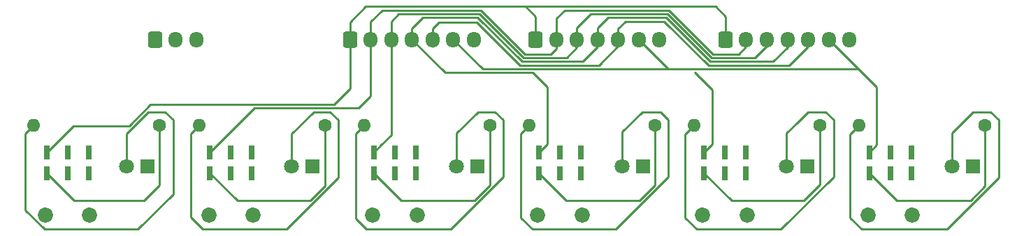
<source format=gbr>
%TF.GenerationSoftware,KiCad,Pcbnew,7.0.8*%
%TF.CreationDate,2024-02-11T23:31:07+01:00*%
%TF.ProjectId,BlankingRelay_Top2,426c616e-6b69-46e6-9752-656c61795f54,rev?*%
%TF.SameCoordinates,Original*%
%TF.FileFunction,Copper,L1,Top*%
%TF.FilePolarity,Positive*%
%FSLAX46Y46*%
G04 Gerber Fmt 4.6, Leading zero omitted, Abs format (unit mm)*
G04 Created by KiCad (PCBNEW 7.0.8) date 2024-02-11 23:31:07*
%MOMM*%
%LPD*%
G01*
G04 APERTURE LIST*
G04 Aperture macros list*
%AMRoundRect*
0 Rectangle with rounded corners*
0 $1 Rounding radius*
0 $2 $3 $4 $5 $6 $7 $8 $9 X,Y pos of 4 corners*
0 Add a 4 corners polygon primitive as box body*
4,1,4,$2,$3,$4,$5,$6,$7,$8,$9,$2,$3,0*
0 Add four circle primitives for the rounded corners*
1,1,$1+$1,$2,$3*
1,1,$1+$1,$4,$5*
1,1,$1+$1,$6,$7*
1,1,$1+$1,$8,$9*
0 Add four rect primitives between the rounded corners*
20,1,$1+$1,$2,$3,$4,$5,0*
20,1,$1+$1,$4,$5,$6,$7,0*
20,1,$1+$1,$6,$7,$8,$9,0*
20,1,$1+$1,$8,$9,$2,$3,0*%
G04 Aperture macros list end*
%TA.AperFunction,ComponentPad*%
%ADD10RoundRect,0.250000X-0.600000X-0.725000X0.600000X-0.725000X0.600000X0.725000X-0.600000X0.725000X0*%
%TD*%
%TA.AperFunction,ComponentPad*%
%ADD11O,1.700000X1.950000*%
%TD*%
%TA.AperFunction,ComponentPad*%
%ADD12C,1.850000*%
%TD*%
%TA.AperFunction,ComponentPad*%
%ADD13R,0.750000X1.750000*%
%TD*%
%TA.AperFunction,ComponentPad*%
%ADD14O,1.600000X1.600000*%
%TD*%
%TA.AperFunction,ComponentPad*%
%ADD15C,1.600000*%
%TD*%
%TA.AperFunction,ComponentPad*%
%ADD16R,1.800000X1.800000*%
%TD*%
%TA.AperFunction,ComponentPad*%
%ADD17C,1.800000*%
%TD*%
%TA.AperFunction,Conductor*%
%ADD18C,0.250000*%
%TD*%
G04 APERTURE END LIST*
D10*
%TO.P,J2,1,Pin_1*%
%TO.N,GNDREF*%
X66400000Y-54500000D03*
D11*
%TO.P,J2,2,Pin_2*%
X68900000Y-54500000D03*
%TO.P,J2,3,Pin_3*%
X71400000Y-54500000D03*
%TD*%
D12*
%TO.P,Switch6,*%
%TO.N,*%
X158150000Y-75850000D03*
X152750000Y-75850000D03*
D13*
%TO.P,Switch6,6,C*%
%TO.N,unconnected-(Switch6-C-Pad6)*%
X157990000Y-70770000D03*
%TO.P,Switch6,5,B*%
%TO.N,5V*%
X155450000Y-70770000D03*
%TO.P,Switch6,4,A*%
%TO.N,Net-(R6-Pad1)*%
X152910000Y-70770000D03*
%TO.P,Switch6,3,C*%
%TO.N,unconnected-(Switch6-C-Pad3)*%
X157990000Y-68230000D03*
%TO.P,Switch6,2,B*%
%TO.N,5V*%
X155450000Y-68230000D03*
%TO.P,Switch6,1,A*%
%TO.N,On_6*%
X152910000Y-68230000D03*
%TD*%
D12*
%TO.P,Switch5,*%
%TO.N,*%
X138150000Y-75850000D03*
X132750000Y-75850000D03*
D13*
%TO.P,Switch5,6,C*%
%TO.N,unconnected-(Switch5-C-Pad6)*%
X137990000Y-70770000D03*
%TO.P,Switch5,5,B*%
%TO.N,5V*%
X135450000Y-70770000D03*
%TO.P,Switch5,4,A*%
%TO.N,Net-(R5-Pad1)*%
X132910000Y-70770000D03*
%TO.P,Switch5,3,C*%
%TO.N,unconnected-(Switch5-C-Pad3)*%
X137990000Y-68230000D03*
%TO.P,Switch5,2,B*%
%TO.N,5V*%
X135450000Y-68230000D03*
%TO.P,Switch5,1,A*%
%TO.N,On_5*%
X132910000Y-68230000D03*
%TD*%
D12*
%TO.P,Switch4,*%
%TO.N,*%
X118150000Y-75850000D03*
X112750000Y-75850000D03*
D13*
%TO.P,Switch4,6,C*%
%TO.N,unconnected-(Switch4-C-Pad6)*%
X117990000Y-70770000D03*
%TO.P,Switch4,5,B*%
%TO.N,5V*%
X115450000Y-70770000D03*
%TO.P,Switch4,4,A*%
%TO.N,Net-(R4-Pad1)*%
X112910000Y-70770000D03*
%TO.P,Switch4,3,C*%
%TO.N,unconnected-(Switch4-C-Pad3)*%
X117990000Y-68230000D03*
%TO.P,Switch4,2,B*%
%TO.N,5V*%
X115450000Y-68230000D03*
%TO.P,Switch4,1,A*%
%TO.N,On_4*%
X112910000Y-68230000D03*
%TD*%
%TO.P,Switch3,1,A*%
%TO.N,On_3*%
X92910000Y-68230000D03*
%TO.P,Switch3,2,B*%
%TO.N,5V*%
X95450000Y-68230000D03*
%TO.P,Switch3,3,C*%
%TO.N,unconnected-(Switch3-C-Pad3)*%
X97990000Y-68230000D03*
%TO.P,Switch3,4,A*%
%TO.N,Net-(R3-Pad1)*%
X92910000Y-70770000D03*
%TO.P,Switch3,5,B*%
%TO.N,5V*%
X95450000Y-70770000D03*
%TO.P,Switch3,6,C*%
%TO.N,unconnected-(Switch3-C-Pad6)*%
X97990000Y-70770000D03*
D12*
%TO.P,Switch3,*%
%TO.N,*%
X92750000Y-75850000D03*
X98150000Y-75850000D03*
%TD*%
%TO.P,Switch2,*%
%TO.N,*%
X78300000Y-75850000D03*
X72900000Y-75850000D03*
D13*
%TO.P,Switch2,6,C*%
%TO.N,unconnected-(Switch2-C-Pad6)*%
X78140000Y-70770000D03*
%TO.P,Switch2,5,B*%
%TO.N,5V*%
X75600000Y-70770000D03*
%TO.P,Switch2,4,A*%
%TO.N,Net-(R2-Pad1)*%
X73060000Y-70770000D03*
%TO.P,Switch2,3,C*%
%TO.N,unconnected-(Switch2-C-Pad3)*%
X78140000Y-68230000D03*
%TO.P,Switch2,2,B*%
%TO.N,5V*%
X75600000Y-68230000D03*
%TO.P,Switch2,1,A*%
%TO.N,On_2*%
X73060000Y-68230000D03*
%TD*%
%TO.P,Switch1,1,A*%
%TO.N,On_1*%
X53260000Y-68230000D03*
%TO.P,Switch1,2,B*%
%TO.N,5V*%
X55800000Y-68230000D03*
%TO.P,Switch1,3,C*%
%TO.N,unconnected-(Switch1-C-Pad3)*%
X58340000Y-68230000D03*
%TO.P,Switch1,4,A*%
%TO.N,Net-(R1-Pad1)*%
X53260000Y-70770000D03*
%TO.P,Switch1,5,B*%
%TO.N,5V*%
X55800000Y-70770000D03*
%TO.P,Switch1,6,C*%
%TO.N,unconnected-(Switch1-C-Pad6)*%
X58340000Y-70770000D03*
D12*
%TO.P,Switch1,*%
%TO.N,*%
X53100000Y-75850000D03*
X58500000Y-75850000D03*
%TD*%
D14*
%TO.P,R6,2*%
%TO.N,Net-(D6-A)*%
X151710000Y-64950000D03*
D15*
%TO.P,R6,1*%
%TO.N,Net-(R6-Pad1)*%
X166950000Y-64950000D03*
%TD*%
%TO.P,R5,1*%
%TO.N,Net-(R5-Pad1)*%
X146950000Y-64950000D03*
D14*
%TO.P,R5,2*%
%TO.N,Net-(D5-A)*%
X131710000Y-64950000D03*
%TD*%
D15*
%TO.P,R4,1*%
%TO.N,Net-(R4-Pad1)*%
X126950000Y-64950000D03*
D14*
%TO.P,R4,2*%
%TO.N,Net-(D4-A)*%
X111710000Y-64950000D03*
%TD*%
D15*
%TO.P,R3,1*%
%TO.N,Net-(R3-Pad1)*%
X106950000Y-64950000D03*
D14*
%TO.P,R3,2*%
%TO.N,Net-(D3-A)*%
X91710000Y-64950000D03*
%TD*%
D15*
%TO.P,R2,1*%
%TO.N,Net-(R2-Pad1)*%
X86950000Y-64950000D03*
D14*
%TO.P,R2,2*%
%TO.N,Net-(D2-A)*%
X71710000Y-64950000D03*
%TD*%
D15*
%TO.P,R1,1*%
%TO.N,Net-(R1-Pad1)*%
X66950000Y-64950000D03*
D14*
%TO.P,R1,2*%
%TO.N,Net-(D1-A)*%
X51710000Y-64950000D03*
%TD*%
D16*
%TO.P,D5,1,K*%
%TO.N,GNDREF*%
X145450000Y-69950000D03*
D17*
%TO.P,D5,2,A*%
%TO.N,Net-(D5-A)*%
X142910000Y-69950000D03*
%TD*%
D16*
%TO.P,D3,1,K*%
%TO.N,GNDREF*%
X105450000Y-69950000D03*
D17*
%TO.P,D3,2,A*%
%TO.N,Net-(D3-A)*%
X102910000Y-69950000D03*
%TD*%
%TO.P,D2,2,A*%
%TO.N,Net-(D2-A)*%
X82910000Y-69950000D03*
D16*
%TO.P,D2,1,K*%
%TO.N,GNDREF*%
X85450000Y-69950000D03*
%TD*%
%TO.P,D6,1,K*%
%TO.N,GNDREF*%
X165450000Y-69950000D03*
D17*
%TO.P,D6,2,A*%
%TO.N,Net-(D6-A)*%
X162910000Y-69950000D03*
%TD*%
%TO.P,D4,2,A*%
%TO.N,Net-(D4-A)*%
X122960000Y-69950000D03*
D16*
%TO.P,D4,1,K*%
%TO.N,GNDREF*%
X125500000Y-69950000D03*
%TD*%
%TO.P,D1,1,K*%
%TO.N,GNDREF*%
X65450000Y-69950000D03*
D17*
%TO.P,D1,2,A*%
%TO.N,Net-(D1-A)*%
X62910000Y-69950000D03*
%TD*%
D10*
%TO.P,J10,1,Pin_1*%
%TO.N,On_1*%
X135500000Y-54500000D03*
D11*
%TO.P,J10,2,Pin_2*%
%TO.N,On_2*%
X138000000Y-54500000D03*
%TO.P,J10,3,Pin_3*%
%TO.N,On_3*%
X140500000Y-54500000D03*
%TO.P,J10,4,Pin_4*%
%TO.N,On_4*%
X143000000Y-54500000D03*
%TO.P,J10,5,Pin_5*%
%TO.N,On_5*%
X145500000Y-54500000D03*
%TO.P,J10,6,Pin_6*%
%TO.N,On_6*%
X148000000Y-54500000D03*
%TO.P,J10,7,Pin_7*%
%TO.N,5V*%
X150500000Y-54500000D03*
%TD*%
D10*
%TO.P,J9,1,Pin_1*%
%TO.N,On_1*%
X112500000Y-54500000D03*
D11*
%TO.P,J9,2,Pin_2*%
%TO.N,On_2*%
X115000000Y-54500000D03*
%TO.P,J9,3,Pin_3*%
%TO.N,On_3*%
X117500000Y-54500000D03*
%TO.P,J9,4,Pin_4*%
%TO.N,On_4*%
X120000000Y-54500000D03*
%TO.P,J9,5,Pin_5*%
%TO.N,On_5*%
X122500000Y-54500000D03*
%TO.P,J9,6,Pin_6*%
%TO.N,On_6*%
X125000000Y-54500000D03*
%TO.P,J9,7,Pin_7*%
%TO.N,5V*%
X127500000Y-54500000D03*
%TD*%
D10*
%TO.P,J8,1,Pin_1*%
%TO.N,On_1*%
X90000000Y-54500000D03*
D11*
%TO.P,J8,2,Pin_2*%
%TO.N,On_2*%
X92500000Y-54500000D03*
%TO.P,J8,3,Pin_3*%
%TO.N,On_3*%
X95000000Y-54500000D03*
%TO.P,J8,4,Pin_4*%
%TO.N,On_4*%
X97500000Y-54500000D03*
%TO.P,J8,5,Pin_5*%
%TO.N,On_5*%
X100000000Y-54500000D03*
%TO.P,J8,6,Pin_6*%
%TO.N,On_6*%
X102500000Y-54500000D03*
%TO.P,J8,7,Pin_7*%
%TO.N,5V*%
X105000000Y-54500000D03*
%TD*%
D18*
%TO.N,On_1*%
X90000000Y-52400000D02*
X91900000Y-50500000D01*
X92000000Y-50500000D02*
X109900000Y-50500000D01*
X90000000Y-52400000D02*
X90000000Y-54500000D01*
X91900000Y-50500000D02*
X92000000Y-50500000D01*
X88100000Y-62400000D02*
X90000000Y-60500000D01*
X90000000Y-60500000D02*
X90000000Y-54500000D01*
X65863604Y-62400000D02*
X88100000Y-62400000D01*
X63263604Y-65000000D02*
X65863604Y-62400000D01*
X60700000Y-65000000D02*
X63263604Y-65000000D01*
X60700000Y-65000000D02*
X61300000Y-65000000D01*
X56490000Y-65000000D02*
X60700000Y-65000000D01*
%TO.N,On_2*%
X92500000Y-61400000D02*
X92500000Y-54500000D01*
X91050000Y-62850000D02*
X92500000Y-61400000D01*
X74045000Y-67245000D02*
X78440000Y-62850000D01*
X78440000Y-62850000D02*
X91050000Y-62850000D01*
X74045000Y-67245000D02*
X74100000Y-67190000D01*
X73060000Y-68230000D02*
X74045000Y-67245000D01*
%TO.N,On_3*%
X95000000Y-60200000D02*
X95000000Y-66140000D01*
X95000000Y-66140000D02*
X93800000Y-67340000D01*
X95000000Y-60200000D02*
X95000000Y-54500000D01*
X95000000Y-64000000D02*
X95000000Y-60200000D01*
%TO.N,On_4*%
X113900000Y-60300000D02*
X112150000Y-58550000D01*
X112150000Y-58550000D02*
X101550000Y-58550000D01*
X101550000Y-58550000D02*
X97500000Y-54500000D01*
X112910000Y-68230000D02*
X113900000Y-67240000D01*
X113900000Y-67240000D02*
X113900000Y-60300000D01*
%TO.N,On_1*%
X53260000Y-68230000D02*
X56490000Y-65000000D01*
%TO.N,On_3*%
X92910000Y-68230000D02*
X93800000Y-67340000D01*
%TO.N,On_5*%
X132910000Y-68230000D02*
X133900000Y-67240000D01*
X133900000Y-67240000D02*
X133900000Y-60650000D01*
X133900000Y-60650000D02*
X131800000Y-58550000D01*
%TO.N,On_6*%
X106900000Y-58100000D02*
X106100000Y-58100000D01*
X128700000Y-58100000D02*
X106900000Y-58100000D01*
X106100000Y-58100000D02*
X102500000Y-54500000D01*
X128700000Y-58100000D02*
X128600000Y-58100000D01*
X148300000Y-58100000D02*
X128700000Y-58100000D01*
X151600000Y-58100000D02*
X152050000Y-58550000D01*
X148300000Y-58100000D02*
X151600000Y-58100000D01*
X152050000Y-58550000D02*
X153800000Y-60300000D01*
X150600000Y-58100000D02*
X148300000Y-58100000D01*
X148000000Y-54500000D02*
X152050000Y-58550000D01*
X153800000Y-60500000D02*
X153800000Y-67340000D01*
X153800000Y-60300000D02*
X153800000Y-60500000D01*
X153800000Y-67340000D02*
X152910000Y-68230000D01*
X128600000Y-58100000D02*
X125000000Y-54500000D01*
X153800000Y-67340000D02*
X153800000Y-67000000D01*
%TO.N,Net-(D6-A)*%
X162910000Y-65890000D02*
X162910000Y-69950000D01*
X165500000Y-63300000D02*
X162910000Y-65890000D01*
X168600000Y-71336396D02*
X168600000Y-64300000D01*
X162336396Y-77600000D02*
X168600000Y-71336396D01*
X152000000Y-77600000D02*
X162336396Y-77600000D01*
X167600000Y-63300000D02*
X165500000Y-63300000D01*
X150600000Y-76200000D02*
X152000000Y-77600000D01*
X151710000Y-64950000D02*
X150600000Y-66060000D01*
X150600000Y-66060000D02*
X150600000Y-76200000D01*
X168600000Y-64300000D02*
X167600000Y-63300000D01*
%TO.N,Net-(D5-A)*%
X142910000Y-66110000D02*
X142910000Y-67300000D01*
X144550000Y-64250000D02*
X144100000Y-64700000D01*
X142910000Y-67300000D02*
X142910000Y-69950000D01*
X144550000Y-64250000D02*
X142910000Y-65890000D01*
X142910000Y-65890000D02*
X142910000Y-67300000D01*
X145500000Y-63300000D02*
X144550000Y-64250000D01*
X147600000Y-63300000D02*
X145500000Y-63300000D01*
X148600000Y-64300000D02*
X147600000Y-63300000D01*
X148600000Y-71200000D02*
X148600000Y-64300000D01*
X142200000Y-77600000D02*
X148600000Y-71200000D01*
X132000000Y-77600000D02*
X142200000Y-77600000D01*
X130600000Y-76200000D02*
X132000000Y-77600000D01*
X130600000Y-66060000D02*
X130600000Y-76200000D01*
X131710000Y-64950000D02*
X130600000Y-66060000D01*
%TO.N,Net-(D4-A)*%
X110700000Y-65960000D02*
X111710000Y-64950000D01*
X110700000Y-76200000D02*
X110700000Y-65960000D01*
X112100000Y-77600000D02*
X110700000Y-76200000D01*
X122236396Y-77600000D02*
X112100000Y-77600000D01*
X128600000Y-71236396D02*
X122236396Y-77600000D01*
X128600000Y-64300000D02*
X128600000Y-71236396D01*
X127600000Y-63300000D02*
X128600000Y-64300000D01*
X122960000Y-65740000D02*
X125400000Y-63300000D01*
X125400000Y-63300000D02*
X127600000Y-63300000D01*
X122960000Y-69950000D02*
X122960000Y-65740000D01*
%TO.N,Net-(D3-A)*%
X102910000Y-67510000D02*
X102910000Y-69950000D01*
X102900000Y-67500000D02*
X102910000Y-67510000D01*
X102900000Y-65900000D02*
X102900000Y-67500000D01*
X105500000Y-63300000D02*
X102900000Y-65900000D01*
X108600000Y-71236396D02*
X108600000Y-64300000D01*
X102236396Y-77600000D02*
X108600000Y-71236396D01*
X92000000Y-77600000D02*
X102236396Y-77600000D01*
X107600000Y-63300000D02*
X105500000Y-63300000D01*
X90700000Y-76300000D02*
X92000000Y-77600000D01*
X90700000Y-65960000D02*
X90700000Y-76300000D01*
X108600000Y-64300000D02*
X107600000Y-63300000D01*
X91710000Y-64950000D02*
X90700000Y-65960000D01*
%TO.N,Net-(D1-A)*%
X62910000Y-65990000D02*
X62910000Y-69950000D01*
X65600000Y-63300000D02*
X62910000Y-65990000D01*
X68600000Y-73300000D02*
X68600000Y-64300000D01*
X64300000Y-77600000D02*
X68600000Y-73300000D01*
X53011522Y-77600000D02*
X64300000Y-77600000D01*
X50700000Y-75288478D02*
X53011522Y-77600000D01*
X50700000Y-65960000D02*
X50700000Y-75288478D01*
X67600000Y-63300000D02*
X65600000Y-63300000D01*
X68600000Y-64300000D02*
X67600000Y-63300000D01*
X51710000Y-64950000D02*
X50700000Y-65960000D01*
%TO.N,Net-(D2-A)*%
X82910000Y-65990000D02*
X82910000Y-68100000D01*
X85600000Y-63300000D02*
X82910000Y-65990000D01*
X88600000Y-71336396D02*
X88600000Y-64300000D01*
X72200000Y-77600000D02*
X82336396Y-77600000D01*
X82336396Y-77600000D02*
X88600000Y-71336396D01*
X70700000Y-76100000D02*
X72200000Y-77600000D01*
X70700000Y-65960000D02*
X70700000Y-76100000D01*
X88600000Y-64300000D02*
X87600000Y-63300000D01*
X71710000Y-64950000D02*
X70700000Y-65960000D01*
X87600000Y-63300000D02*
X85600000Y-63300000D01*
X82910000Y-68100000D02*
X82910000Y-67010000D01*
X82910000Y-69950000D02*
X82910000Y-68100000D01*
X82910000Y-67010000D02*
X82900000Y-67000000D01*
%TO.N,Net-(R1-Pad1)*%
X65100000Y-74100000D02*
X66950000Y-72250000D01*
X56590000Y-74100000D02*
X65100000Y-74100000D01*
X66950000Y-72250000D02*
X66950000Y-64950000D01*
X53260000Y-70770000D02*
X56590000Y-74100000D01*
%TO.N,Net-(R2-Pad1)*%
X86950000Y-72350000D02*
X86950000Y-64950000D01*
X85200000Y-74100000D02*
X86950000Y-72350000D01*
X76390000Y-74100000D02*
X85200000Y-74100000D01*
X73060000Y-70770000D02*
X76390000Y-74100000D01*
%TO.N,Net-(R3-Pad1)*%
X106950000Y-72250000D02*
X106950000Y-64950000D01*
X105100000Y-74100000D02*
X106950000Y-72250000D01*
X96240000Y-74100000D02*
X105100000Y-74100000D01*
X92910000Y-70770000D02*
X96240000Y-74100000D01*
%TO.N,Net-(R4-Pad1)*%
X125100000Y-74100000D02*
X126950000Y-72250000D01*
X126950000Y-72250000D02*
X126950000Y-64950000D01*
X116240000Y-74100000D02*
X125100000Y-74100000D01*
X112910000Y-70770000D02*
X116240000Y-74100000D01*
%TO.N,Net-(R5-Pad1)*%
X145000000Y-74100000D02*
X136240000Y-74100000D01*
X136240000Y-74100000D02*
X132910000Y-70770000D01*
X146950000Y-64950000D02*
X146950000Y-72150000D01*
X146950000Y-72150000D02*
X145000000Y-74100000D01*
%TO.N,Net-(R6-Pad1)*%
X156240000Y-74100000D02*
X152910000Y-70770000D01*
X165200000Y-74100000D02*
X156240000Y-74100000D01*
X166950000Y-72350000D02*
X165200000Y-74100000D01*
X166950000Y-64950000D02*
X166950000Y-72350000D01*
%TO.N,On_1*%
X134300000Y-50500000D02*
X135500000Y-51700000D01*
X111300000Y-50500000D02*
X112500000Y-51700000D01*
X135500000Y-51700000D02*
X135500000Y-54500000D01*
X109900000Y-50500000D02*
X111300000Y-50500000D01*
X112500000Y-51700000D02*
X112500000Y-54500000D01*
X109900000Y-50500000D02*
X134300000Y-50500000D01*
%TO.N,On_2*%
X116000000Y-50950000D02*
X128650000Y-50950000D01*
X137100000Y-56300000D02*
X138000000Y-55400000D01*
X128650000Y-50950000D02*
X134000000Y-56300000D01*
X115000000Y-51950000D02*
X116000000Y-50950000D01*
X115000000Y-54500000D02*
X115000000Y-55600000D01*
X115000000Y-55600000D02*
X114300000Y-56300000D01*
X92500000Y-54500000D02*
X92500000Y-52350000D01*
X138000000Y-55400000D02*
X138000000Y-54500000D01*
X93900000Y-50950000D02*
X105850000Y-50950000D01*
X92500000Y-52350000D02*
X93900000Y-50950000D01*
X111200000Y-56300000D02*
X114300000Y-56300000D01*
X115000000Y-54500000D02*
X115000000Y-51950000D01*
X105850000Y-50950000D02*
X111200000Y-56300000D01*
X134000000Y-56300000D02*
X137100000Y-56300000D01*
%TO.N,On_3*%
X117500000Y-53100000D02*
X119200000Y-51400000D01*
X111013604Y-56750000D02*
X116250000Y-56750000D01*
X95900000Y-51400000D02*
X105663604Y-51400000D01*
X119200000Y-51400000D02*
X128463604Y-51400000D01*
X95000000Y-54500000D02*
X95000000Y-52300000D01*
X139050000Y-56750000D02*
X140500000Y-55300000D01*
X95000000Y-52300000D02*
X95900000Y-51400000D01*
X128463604Y-51400000D02*
X133813604Y-56750000D01*
X116250000Y-56750000D02*
X117500000Y-55500000D01*
X105663604Y-51400000D02*
X111013604Y-56750000D01*
X117500000Y-55500000D02*
X117500000Y-54500000D01*
X117500000Y-54500000D02*
X117500000Y-53100000D01*
X133813604Y-56750000D02*
X139050000Y-56750000D01*
X140500000Y-55300000D02*
X140500000Y-54500000D01*
%TO.N,On_4*%
X118200000Y-57200000D02*
X120000000Y-55400000D01*
X97500000Y-53200000D02*
X98850000Y-51850000D01*
X141300000Y-57200000D02*
X143000000Y-55500000D01*
X110827208Y-57200000D02*
X118200000Y-57200000D01*
X121250000Y-51850000D02*
X128277208Y-51850000D01*
X143000000Y-55500000D02*
X143000000Y-54500000D01*
X98850000Y-51850000D02*
X105477208Y-51850000D01*
X97500000Y-54500000D02*
X97500000Y-53200000D01*
X120000000Y-54500000D02*
X120000000Y-53100000D01*
X105477208Y-51850000D02*
X110827208Y-57200000D01*
X120000000Y-53100000D02*
X121250000Y-51850000D01*
X133627208Y-57200000D02*
X141300000Y-57200000D01*
X128277208Y-51850000D02*
X133627208Y-57200000D01*
X120000000Y-55400000D02*
X120000000Y-54500000D01*
%TO.N,On_5*%
X100000000Y-54500000D02*
X100000000Y-53200000D01*
X128090812Y-52300000D02*
X133440812Y-57650000D01*
X100000000Y-55400000D02*
X100000000Y-54500000D01*
X105390812Y-52400000D02*
X110640812Y-57650000D01*
X145500000Y-55400000D02*
X145500000Y-54500000D01*
X100000000Y-53200000D02*
X100800000Y-52400000D01*
X100800000Y-52400000D02*
X105390812Y-52400000D01*
X120150000Y-57650000D02*
X122500000Y-55300000D01*
X123400000Y-52300000D02*
X128090812Y-52300000D01*
X143250000Y-57650000D02*
X145500000Y-55400000D01*
X133440812Y-57650000D02*
X143250000Y-57650000D01*
X110640812Y-57650000D02*
X120150000Y-57650000D01*
X122500000Y-54500000D02*
X122500000Y-53200000D01*
X122500000Y-55300000D02*
X122500000Y-54500000D01*
X122500000Y-53200000D02*
X123400000Y-52300000D01*
%TD*%
M02*

</source>
